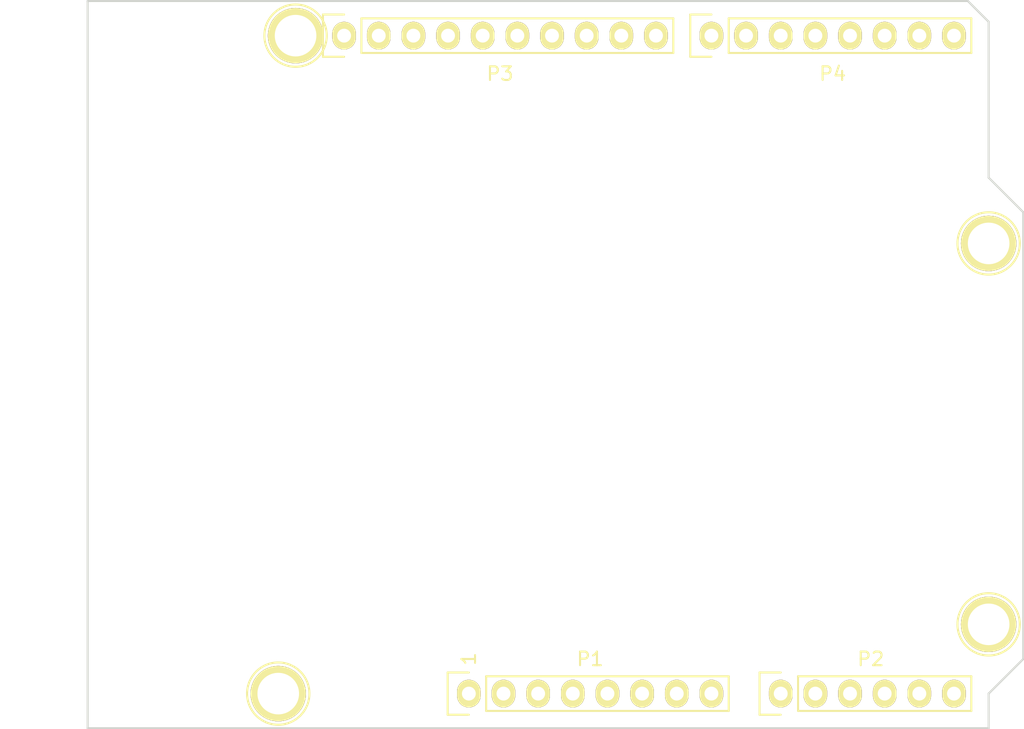
<source format=kicad_pcb>
(kicad_pcb (version 20221018) (generator pcbnew)
  (title_block (date "lun. 30 mars 2015"))
  (layers (0 "F.Cu" signal) (31 "B.Cu" signal) (34 "B.Paste" user) (35 "F.Paste" user) (36 "B.SilkS" user "B.Silkscreen") (37 "F.SilkS" user "F.Silkscreen") (38 "B.Mask" user) (39 "F.Mask" user) (44 "Edge.Cuts" user))
  (net 0 "")
  (net 1 "/IOREF")
  (net 2 "/Reset")
  (net 3 "+5V")
  (net 4 "GND")
  (net 5 "/Vin")
  (net 6 "/A0")
  (net 7 "/A1")
  (net 8 "/A2")
  (net 9 "/A3")
  (net 10 "/AREF")
  (net 11 "/A4(SDA)")
  (net 12 "/A5(SCL)")
  (net 13 "/9(**)")
  (net 14 "/8")
  (net 15 "/7")
  (net 16 "/6(**)")
  (net 17 "/5(**)")
  (net 18 "/4")
  (net 19 "/3(**)")
  (net 20 "/2")
  (net 21 "/1(Tx)")
  (net 22 "/0(Rx)")
  (net 23 "Net-(P5-Pad1)")
  (net 24 "Net-(P6-Pad1)")
  (net 25 "Net-(P7-Pad1)")
  (net 26 "Net-(P8-Pad1)")
  (net 27 "/13(SCK)")
  (net 28 "/10(**/SS)")
  (net 29 "Net-(P1-Pad1)")
  (net 30 "+3V3")
  (net 31 "/12(MISO)")
  (net 32 "/11(**/MOSI)")
  (footprint "Socket_Arduino_Uno:Socket_Strip_Arduino_1x08" (layer "F.Cu") (at 138.938 123.825)
    (fp_text reference "P1" (at 8.89 -2.54) (layer "F.SilkS"))
    (fp_text value "Power")
    (fp_line (start -1.55 -1.55) (end -1.55 1.55) (stroke (width 0.15)) (layer "F.SilkS"))
    (fp_line (start -1.55 1.55) (end 0 1.55) (stroke (width 0.15)) (layer "F.SilkS"))
    (fp_line (start 0 -1.55) (end -1.55 -1.55) (stroke (width 0.15)) (layer "F.SilkS"))
    (fp_line (start 1.27 1.27) (end 1.27 -1.27) (stroke (width 0.15)) (layer "F.SilkS"))
    (fp_line (start 1.27 1.27) (end 19.05 1.27) (stroke (width 0.15)) (layer "F.SilkS"))
    (fp_line (start 19.05 -1.27) (end 1.27 -1.27) (stroke (width 0.15)) (layer "F.SilkS"))
    (fp_line (start 19.05 1.27) (end 19.05 -1.27) (stroke (width 0.15)) (layer "F.SilkS"))
    (pad "1" thru_hole oval locked (at 0 0) (size 1.7272 2.032) (drill 1.016) (layers "*.Cu" "*.Mask" "F.SilkS") (net 29 "Net-(P1-Pad1)"))
    (pad "2" thru_hole oval locked (at 2.54 0) (size 1.7272 2.032) (drill 1.016) (layers "*.Cu" "*.Mask" "F.SilkS") (net 1 "/IOREF"))
    (pad "3" thru_hole oval locked (at 5.08 0) (size 1.7272 2.032) (drill 1.016) (layers "*.Cu" "*.Mask" "F.SilkS") (net 2 "/Reset"))
    (pad "4" thru_hole oval locked (at 7.62 0) (size 1.7272 2.032) (drill 1.016) (layers "*.Cu" "*.Mask" "F.SilkS") (net 30 "+3V3"))
    (pad "5" thru_hole oval locked (at 10.16 0) (size 1.7272 2.032) (drill 1.016) (layers "*.Cu" "*.Mask" "F.SilkS") (net 3 "+5V"))
    (pad "6" thru_hole oval locked (at 12.7 0) (size 1.7272 2.032) (drill 1.016) (layers "*.Cu" "*.Mask" "F.SilkS") (net 4 "GND"))
    (pad "7" thru_hole oval locked (at 15.24 0) (size 1.7272 2.032) (drill 1.016) (layers "*.Cu" "*.Mask" "F.SilkS") (net 4 "GND"))
    (pad "8" thru_hole oval locked (at 17.78 0) (size 1.7272 2.032) (drill 1.016) (layers "*.Cu" "*.Mask" "F.SilkS") (net 5 "/Vin"))
  )
  (footprint "Socket_Arduino_Uno:Socket_Strip_Arduino_1x06" (layer "F.Cu") (at 161.798 123.825)
    (fp_text reference "P2" (at 6.604 -2.54) (layer "F.SilkS"))
    (fp_text value "Analog")
    (fp_line (start -1.55 -1.55) (end -1.55 1.55) (stroke (width 0.15)) (layer "F.SilkS"))
    (fp_line (start -1.55 1.55) (end 0 1.55) (stroke (width 0.15)) (layer "F.SilkS"))
    (fp_line (start 0 -1.55) (end -1.55 -1.55) (stroke (width 0.15)) (layer "F.SilkS"))
    (fp_line (start 1.27 1.27) (end 1.27 -1.27) (stroke (width 0.15)) (layer "F.SilkS"))
    (fp_line (start 1.27 1.27) (end 13.97 1.27) (stroke (width 0.15)) (layer "F.SilkS"))
    (fp_line (start 13.97 -1.27) (end 1.27 -1.27) (stroke (width 0.15)) (layer "F.SilkS"))
    (fp_line (start 13.97 1.27) (end 13.97 -1.27) (stroke (width 0.15)) (layer "F.SilkS"))
    (pad "1" thru_hole oval locked (at 0 0) (size 1.7272 2.032) (drill 1.016) (layers "*.Cu" "*.Mask" "F.SilkS") (net 6 "/A0"))
    (pad "2" thru_hole oval locked (at 2.54 0) (size 1.7272 2.032) (drill 1.016) (layers "*.Cu" "*.Mask" "F.SilkS") (net 7 "/A1"))
    (pad "3" thru_hole oval locked (at 5.08 0) (size 1.7272 2.032) (drill 1.016) (layers "*.Cu" "*.Mask" "F.SilkS") (net 8 "/A2"))
    (pad "4" thru_hole oval locked (at 7.62 0) (size 1.7272 2.032) (drill 1.016) (layers "*.Cu" "*.Mask" "F.SilkS") (net 9 "/A3"))
    (pad "5" thru_hole oval locked (at 10.16 0) (size 1.7272 2.032) (drill 1.016) (layers "*.Cu" "*.Mask" "F.SilkS") (net 11 "/A4(SDA)"))
    (pad "6" thru_hole oval locked (at 12.7 0) (size 1.7272 2.032) (drill 1.016) (layers "*.Cu" "*.Mask" "F.SilkS") (net 12 "/A5(SCL)"))
  )
  (footprint "Socket_Arduino_Uno:Socket_Strip_Arduino_1x10" (layer "F.Cu") (at 129.794 75.565)
    (fp_text reference "P3" (at 11.43 2.794) (layer "F.SilkS"))
    (fp_text value "Digital")
    (fp_line (start -1.55 -1.55) (end -1.55 1.55) (stroke (width 0.15)) (layer "F.SilkS"))
    (fp_line (start -1.55 1.55) (end 0 1.55) (stroke (width 0.15)) (layer "F.SilkS"))
    (fp_line (start 0 -1.55) (end -1.55 -1.55) (stroke (width 0.15)) (layer "F.SilkS"))
    (fp_line (start 1.27 1.27) (end 1.27 -1.27) (stroke (width 0.15)) (layer "F.SilkS"))
    (fp_line (start 1.27 1.27) (end 24.13 1.27) (stroke (width 0.15)) (layer "F.SilkS"))
    (fp_line (start 24.13 -1.27) (end 1.27 -1.27) (stroke (width 0.15)) (layer "F.SilkS"))
    (fp_line (start 24.13 1.27) (end 24.13 -1.27) (stroke (width 0.15)) (layer "F.SilkS"))
    (pad "1" thru_hole oval locked (at 0 0) (size 1.7272 2.032) (drill 1.016) (layers "*.Cu" "*.Mask" "F.SilkS") (net 12 "/A5(SCL)"))
    (pad "2" thru_hole oval locked (at 2.54 0) (size 1.7272 2.032) (drill 1.016) (layers "*.Cu" "*.Mask" "F.SilkS") (net 11 "/A4(SDA)"))
    (pad "3" thru_hole oval locked (at 5.08 0) (size 1.7272 2.032) (drill 1.016) (layers "*.Cu" "*.Mask" "F.SilkS") (net 10 "/AREF"))
    (pad "4" thru_hole oval locked (at 7.62 0) (size 1.7272 2.032) (drill 1.016) (layers "*.Cu" "*.Mask" "F.SilkS") (net 4 "GND"))
    (pad "5" thru_hole oval locked (at 10.16 0) (size 1.7272 2.032) (drill 1.016) (layers "*.Cu" "*.Mask" "F.SilkS") (net 27 "/13(SCK)"))
    (pad "6" thru_hole oval locked (at 12.7 0) (size 1.7272 2.032) (drill 1.016) (layers "*.Cu" "*.Mask" "F.SilkS") (net 31 "/12(MISO)"))
    (pad "7" thru_hole oval locked (at 15.24 0) (size 1.7272 2.032) (drill 1.016) (layers "*.Cu" "*.Mask" "F.SilkS") (net 32 "/11(**/MOSI)"))
    (pad "8" thru_hole oval locked (at 17.78 0) (size 1.7272 2.032) (drill 1.016) (layers "*.Cu" "*.Mask" "F.SilkS") (net 28 "/10(**/SS)"))
    (pad "9" thru_hole oval locked (at 20.32 0) (size 1.7272 2.032) (drill 1.016) (layers "*.Cu" "*.Mask" "F.SilkS") (net 13 "/9(**)"))
    (pad "10" thru_hole oval locked (at 22.86 0) (size 1.7272 2.032) (drill 1.016) (layers "*.Cu" "*.Mask" "F.SilkS") (net 14 "/8"))
  )
  (footprint "Socket_Arduino_Uno:Socket_Strip_Arduino_1x08" (layer "F.Cu") (at 156.718 75.565)
    (fp_text reference "P4" (at 8.89 2.794) (layer "F.SilkS"))
    (fp_text value "Digital")
    (fp_line (start -1.55 -1.55) (end -1.55 1.55) (stroke (width 0.15)) (layer "F.SilkS"))
    (fp_line (start -1.55 1.55) (end 0 1.55) (stroke (width 0.15)) (layer "F.SilkS"))
    (fp_line (start 0 -1.55) (end -1.55 -1.55) (stroke (width 0.15)) (layer "F.SilkS"))
    (fp_line (start 1.27 1.27) (end 1.27 -1.27) (stroke (width 0.15)) (layer "F.SilkS"))
    (fp_line (start 1.27 1.27) (end 19.05 1.27) (stroke (width 0.15)) (layer "F.SilkS"))
    (fp_line (start 19.05 -1.27) (end 1.27 -1.27) (stroke (width 0.15)) (layer "F.SilkS"))
    (fp_line (start 19.05 1.27) (end 19.05 -1.27) (stroke (width 0.15)) (layer "F.SilkS"))
    (pad "1" thru_hole oval locked (at 0 0) (size 1.7272 2.032) (drill 1.016) (layers "*.Cu" "*.Mask" "F.SilkS") (net 15 "/7"))
    (pad "2" thru_hole oval locked (at 2.54 0) (size 1.7272 2.032) (drill 1.016) (layers "*.Cu" "*.Mask" "F.SilkS") (net 16 "/6(**)"))
    (pad "3" thru_hole oval locked (at 5.08 0) (size 1.7272 2.032) (drill 1.016) (layers "*.Cu" "*.Mask" "F.SilkS") (net 17 "/5(**)"))
    (pad "4" thru_hole oval locked (at 7.62 0) (size 1.7272 2.032) (drill 1.016) (layers "*.Cu" "*.Mask" "F.SilkS") (net 18 "/4"))
    (pad "5" thru_hole oval locked (at 10.16 0) (size 1.7272 2.032) (drill 1.016) (layers "*.Cu" "*.Mask" "F.SilkS") (net 19 "/3(**)"))
    (pad "6" thru_hole oval locked (at 12.7 0) (size 1.7272 2.032) (drill 1.016) (layers "*.Cu" "*.Mask" "F.SilkS") (net 20 "/2"))
    (pad "7" thru_hole oval locked (at 15.24 0) (size 1.7272 2.032) (drill 1.016) (layers "*.Cu" "*.Mask" "F.SilkS") (net 21 "/1(Tx)"))
    (pad "8" thru_hole oval locked (at 17.78 0) (size 1.7272 2.032) (drill 1.016) (layers "*.Cu" "*.Mask" "F.SilkS") (net 22 "/0(Rx)"))
  )
  (footprint "Socket_Arduino_Uno:Arduino_1pin" (layer "F.Cu") (at 124.968 123.825)
    (fp_text reference "P5" hide)
    (fp_text value "CONN_01X01" hide)
    (fp_circle (center 0 0) (end 0 -2.286) (stroke (width 0.15)) (fill none) (layer "F.SilkS"))
    (pad "1" thru_hole circle locked (at 0 0) (size 4.064 4.064) (drill 3.048) (layers "*.Cu" "*.Mask" "F.SilkS") (net 23 "Net-(P5-Pad1)"))
  )
  (footprint "Socket_Arduino_Uno:Arduino_1pin" (layer "F.Cu") (at 177.038 118.745)
    (fp_text reference "P6" hide)
    (fp_text value "CONN_01X01" hide)
    (fp_circle (center 0 0) (end 0 -2.286) (stroke (width 0.15)) (fill none) (layer "F.SilkS"))
    (pad "1" thru_hole circle locked (at 0 0) (size 4.064 4.064) (drill 3.048) (layers "*.Cu" "*.Mask" "F.SilkS") (net 24 "Net-(P6-Pad1)"))
  )
  (footprint "Socket_Arduino_Uno:Arduino_1pin" (layer "F.Cu") (at 126.238 75.565)
    (fp_text reference "P7" hide)
    (fp_text value "CONN_01X01" hide)
    (fp_circle (center 0 0) (end 0 -2.286) (stroke (width 0.15)) (fill none) (layer "F.SilkS"))
    (pad "1" thru_hole circle locked (at 0 0) (size 4.064 4.064) (drill 3.048) (layers "*.Cu" "*.Mask" "F.SilkS") (net 25 "Net-(P7-Pad1)"))
  )
  (footprint "Socket_Arduino_Uno:Arduino_1pin" (layer "F.Cu") (at 177.038 90.805)
    (fp_text reference "P8" hide)
    (fp_text value "CONN_01X01" hide)
    (fp_circle (center 0 0) (end 0 -2.286) (stroke (width 0.15)) (fill none) (layer "F.SilkS"))
    (pad "1" thru_hole circle locked (at 0 0) (size 4.064 4.064) (drill 3.048) (layers "*.Cu" "*.Mask" "F.SilkS") (net 26 "Net-(P8-Pad1)"))
  )
  (gr_line (start 177.038 74.549) (end 175.514 73.025) (stroke (width 0.15)) (layer "Edge.Cuts"))
  (gr_line (start 177.038 85.979) (end 177.038 74.549) (stroke (width 0.15)) (layer "Edge.Cuts"))
  (gr_line (start 110.998 126.365) (end 177.038 126.365) (stroke (width 0.15)) (layer "Edge.Cuts"))
  (gr_line (start 110.998 73.025) (end 110.998 126.365) (stroke (width 0.15)) (layer "Edge.Cuts"))
  (gr_line (start 177.038 126.365) (end 177.038 123.825) (stroke (width 0.15)) (layer "Edge.Cuts"))
  (gr_line (start 175.514 73.025) (end 110.998 73.025) (stroke (width 0.15)) (layer "Edge.Cuts"))
  (gr_line (start 179.578 88.519) (end 177.038 85.979) (stroke (width 0.15)) (layer "Edge.Cuts"))
  (gr_line (start 179.578 121.285) (end 179.578 88.519) (stroke (width 0.15)) (layer "Edge.Cuts"))
  (gr_line (start 177.038 123.825) (end 179.578 121.285) (stroke (width 0.15)) (layer "Edge.Cuts"))
  (gr_text "1" (at 138.938 121.285 90) (layer "F.SilkS") (effects (font (size 1 1))))
)
</source>
